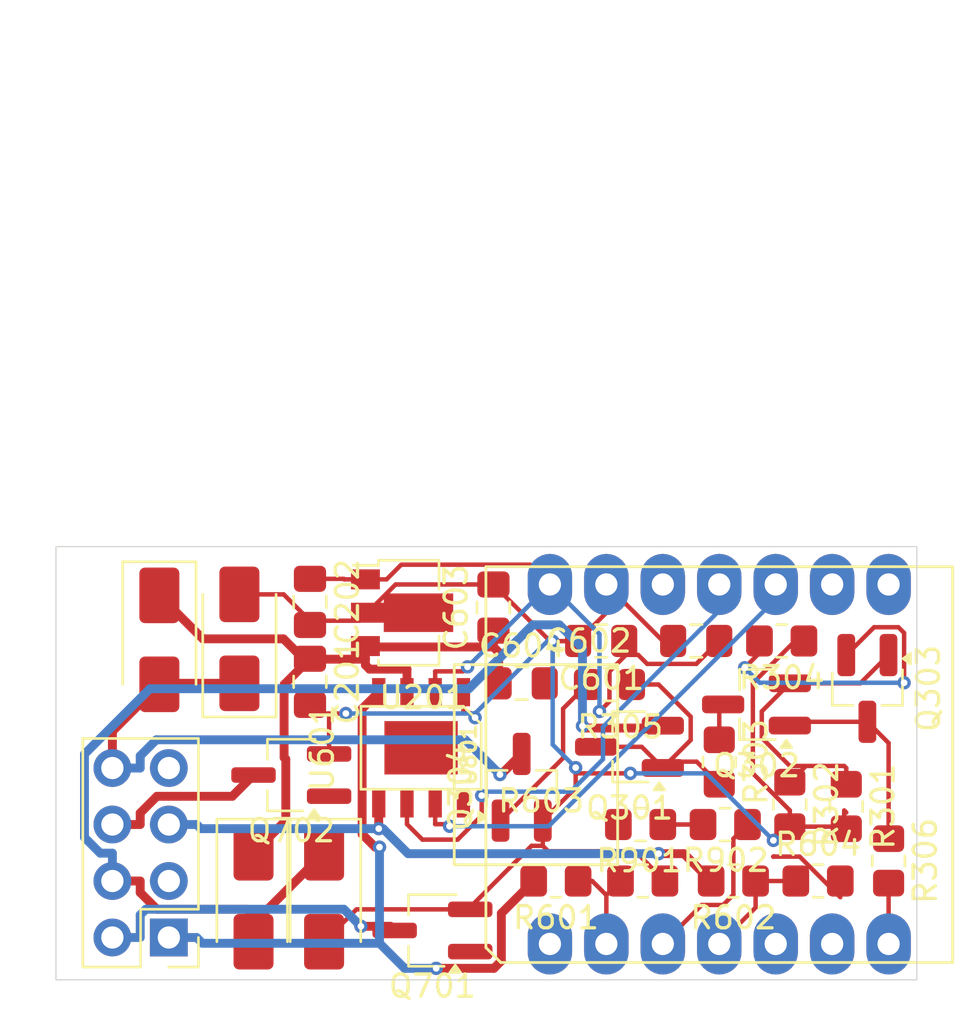
<source format=kicad_pcb>
(kicad_pcb (version 20240108) (generator "pcbnew") (generator_version "8.0")
  (layers (0 "F.Cu" signal) (31 "B.Cu" signal) (34 "B.Paste" user) (35 "F.Paste" user) (36 "B.SilkS" user "B.Silkscreen") (37 "F.SilkS" user "F.Silkscreen") (38 "B.Mask" user) (39 "F.Mask" user) (44 "Edge.Cuts" user))
  (net 0 "")
  (net 1 "+U")
  (net 2 "GND")
  (net 3 "+3V3")
  (net 4 "/rails_signal_feedback_dcc-railcom-8x50/RC_SIGNAL")
  (net 5 "/rails_signal_feedback_dcc-railcom-8x50/RC_CURR")
  (net 6 "/rails_signal_feedback_dcc-railcom-8x50/RC_ON_OFF")
  (net 7 "/loco-adapter-nem652-8-pin/AMP_FUNC0")
  (net 8 "/loco-adapter-nem652-8-pin/AMP_MOTOR0")
  (net 9 "/loco-adapter-nem652-8-pin/AMP_MOTOR1")
  (net 11 "/loco-adapter-nem652-8-pin/U+")
  (net 12 "/loco-adapter-nem652-8-pin/AMP_FUNC1")
  (net 13 "/loco-driver-funcs-aux/FUNC0")
  (net 14 "/loco-driver-funcs-aux/FUNC1")
  (net 15 "/rails_signal_feedback_dcc-railcom-8x50/15R")
  (net 16 "/loco-mcu-xiao/RAILCOM")
  (net 17 "/loco-driver-motor/EMF_MOTOR0")
  (net 18 "/loco-driver-motor/EMF_MOTOR1")
  (net 19 "/rails_signal_feedback_dcc-railcom-8x50/DCC0")
  (net 20 "/loco-mcu-xiao/DECODER")
  (net 21 "/loco-driver-motor/MOTOR0")
  (net 23 "/loco-driver-motor/MOTOR1")
  (net 24 "+5V")
  (net 25 "/loco-mcu-xiao/AUDIO")
  (net 26 "/loco-mcu-xiao/I2C.SCL")
  (net 27 "/loco-mcu-xiao/I2C.SDA")
  (net 28 "/rails_signal_feedback_dcc-railcom-8x50/DCC1")
  (net 29 "/rails_signal_feedback_dcc-railcom-8x50/RC_J_SIGNAL")
  (net 30 "/rails_signal_feedback_dcc-railcom-8x50/RC_DATA_IN")
  (net 31 "/rails_signal_feedback_dcc-railcom-8x50/+3V3")
  (net 32 "Net-(R901-Pad2)")
  (net 33 "/rails_signal_extraction_dcc/DCC1")
  (net 34 "/loco-mcu-xiao/FUNC1")
  (net 35 "/loco-mcu-xiao/FUNC0")
  (footprint "Resistor_SMD:R_0805_2012Metric_Pad1.20x1.40mm_HandSolder" (layer "F.Cu") (at 124.095 69.215)
    (property "Reference" "R902" (at 0.015513 1.607011 0) (layer "F.SilkS"))
    (property "Value" "10k")
    (pad "1" smd roundrect (at -1 0) (size 1.2 1.4) (layers "F.Cu" "F.Paste" "F.Mask") (roundrect_rratio 0.208333) (net 32 "Net-(R901-Pad2)"))
    (pad "2" smd roundrect (at 1 0) (size 1.2 1.4) (layers "F.Cu" "F.Paste" "F.Mask") (roundrect_rratio 0.208333) (net 20 "/loco-mcu-xiao/DECODER"))
  )
  (footprint "Capacitor_SMD:C_0805_2012Metric_Pad1.18x1.45mm_HandSolder" (layer "F.Cu") (at 118.5125 60.96 180)
    (property "Reference" "C601" (at 0 -1.68 180) (layer "F.SilkS"))
    (property "Value" "10uF")
    (pad "1" smd roundrect (at -1.0375 0 180) (size 1.175 1.45) (layers "F.Cu" "F.Paste" "F.Mask") (roundrect_rratio 0.212766) (net 3 "+3V3"))
    (pad "2" smd roundrect (at 1.0375 0 180) (size 1.175 1.45) (layers "F.Cu" "F.Paste" "F.Mask") (roundrect_rratio 0.212766) (net 2 "GND"))
  )
  (footprint "Resistor_SMD:R_0805_2012Metric_Pad1.20x1.40mm_HandSolder" (layer "F.Cu") (at 131.445 70.85 -90)
    (property "Reference" "R306" (at 0 -1.65 90) (layer "F.SilkS"))
    (property "Value" "10k")
    (pad "1" smd roundrect (at -1 0 270) (size 1.2 1.4) (layers "F.Cu" "F.Paste" "F.Mask") (roundrect_rratio 0.208333) (net 30 "/rails_signal_feedback_dcc-railcom-8x50/RC_DATA_IN"))
    (pad "2" smd roundrect (at 1 0 270) (size 1.2 1.4) (layers "F.Cu" "F.Paste" "F.Mask") (roundrect_rratio 0.208333) (net 16 "/loco-mcu-xiao/RAILCOM"))
  )
  (footprint "Connector_PinHeader_2.54mm:PinHeader_2x04_P2.54mm_Vertical" (layer "F.Cu") (at 99.06 74.295 180)
    (property "Reference" "J501" (hide yes))
    (property "Value" "Conn_02x04_Counter_Clockwise")
    (pad "1" thru_hole rect (at 0 0 180) (size 1.7 1.7) (drill 1) (layers "*.Cu" "*.Mask") (net 8 "/loco-adapter-nem652-8-pin/AMP_MOTOR0"))
    (pad "2" thru_hole oval (at 2.54 0 180) (size 1.7 1.7) (drill 1) (layers "*.Cu" "*.Mask") (net 7 "/loco-adapter-nem652-8-pin/AMP_FUNC0"))
    (pad "3" thru_hole oval (at 0 2.54 180) (size 1.7 1.7) (drill 1) (layers "*.Cu" "*.Mask"))
    (pad "4" thru_hole oval (at 2.54 2.54 180) (size 1.7 1.7) (drill 1) (layers "*.Cu" "*.Mask") (net 28 "/rails_signal_feedback_dcc-railcom-8x50/DCC1"))
    (pad "5" thru_hole oval (at 0 5.08 180) (size 1.7 1.7) (drill 1) (layers "*.Cu" "*.Mask") (net 9 "/loco-adapter-nem652-8-pin/AMP_MOTOR1"))
    (pad "6" thru_hole oval (at 2.54 5.08 180) (size 1.7 1.7) (drill 1) (layers "*.Cu" "*.Mask") (net 12 "/loco-adapter-nem652-8-pin/AMP_FUNC1"))
    (pad "7" thru_hole oval (at 0 7.62 180) (size 1.7 1.7) (drill 1) (layers "*.Cu" "*.Mask") (net 11 "/loco-adapter-nem652-8-pin/U+"))
    (pad "8" thru_hole oval (at 2.54 7.62 180) (size 1.7 1.7) (drill 1) (layers "*.Cu" "*.Mask") (net 19 "/rails_signal_feedback_dcc-railcom-8x50/DCC0"))
  )
  (footprint "Capacitor_SMD:C_0805_2012Metric_Pad1.18x1.45mm_HandSolder" (layer "F.Cu") (at 105.41 62.7975 -90)
    (property "Reference" "C201" (at 0 -1.68 -90) (layer "F.SilkS"))
    (property "Value" "1uF")
    (pad "1" smd roundrect (at -1.0375 0 270) (size 1.175 1.45) (layers "F.Cu" "F.Paste" "F.Mask") (roundrect_rratio 0.212766) (net 1 "+U"))
    (pad "2" smd roundrect (at 1.0375 0 270) (size 1.175 1.45) (layers "F.Cu" "F.Paste" "F.Mask") (roundrect_rratio 0.212766) (net 2 "GND"))
  )
  (footprint "Capacitor_SMD:C_0805_2012Metric_Pad1.18x1.45mm_HandSolder" (layer "F.Cu") (at 113.665 59.4575 90)
    (property "Reference" "C603" (at 0 -1.68 -90) (layer "F.SilkS"))
    (property "Value" "10uF")
    (pad "1" smd roundrect (at -1.0375 0 90) (size 1.175 1.45) (layers "F.Cu" "F.Paste" "F.Mask") (roundrect_rratio 0.212766) (net 1 "+U"))
    (pad "2" smd roundrect (at 1.0375 0 90) (size 1.175 1.45) (layers "F.Cu" "F.Paste" "F.Mask") (roundrect_rratio 0.212766) (net 2 "GND"))
  )
  (footprint "Resistor_SMD:R_0805_2012Metric_Pad1.20x1.40mm_HandSolder" (layer "F.Cu") (at 126.635 60.96 180)
    (property "Reference" "R304" (at 0 -1.65 180) (layer "F.SilkS"))
    (property "Value" "10R")
    (pad "1" smd roundrect (at -1 0 180) (size 1.2 1.4) (layers "F.Cu" "F.Paste" "F.Mask") (roundrect_rratio 0.208333) (net 15 "/rails_signal_feedback_dcc-railcom-8x50/15R"))
    (pad "2" smd roundrect (at 1 0 180) (size 1.2 1.4) (layers "F.Cu" "F.Paste" "F.Mask") (roundrect_rratio 0.208333) (net 31 "/rails_signal_feedback_dcc-railcom-8x50/+3V3"))
  )
  (footprint "xiao ESP32C3_PCB:MOUDLE14P-SMD-2.54-21X17.8MM" (layer "F.Cu") (at 134.325 75.42 90)
    (property "Reference" "U801" (at 9.3345 -21.7805 -90) (layer "F.SilkS") (effects (font (size 0.7 0.7))))
    (property "Value" "MOUDLE-SEEEDUINO-XIAO-ESP32C3")
    (pad "1" thru_hole roundrect (at 0.835 -18.12 90) (size 2.75 2) (drill 1) (layers "*.Cu" "*.Mask") (roundrect_rratio 0.5) (net 25 "/loco-mcu-xiao/AUDIO"))
    (pad "2" thru_hole roundrect (at 0.835 -15.58 90) (size 2.75 2) (drill 1) (layers "*.Cu" "*.Mask") (roundrect_rratio 0.5) (net 17 "/loco-driver-motor/EMF_MOTOR0"))
    (pad "3" thru_hole roundrect (at 0.835 -13.04 90) (size 2.75 2) (drill 1) (layers "*.Cu" "*.Mask") (roundrect_rratio 0.5) (net 20 "/loco-mcu-xiao/DECODER"))
    (pad "4" thru_hole roundrect (at 0.835 -10.5 90) (size 2.75 2) (drill 1) (layers "*.Cu" "*.Mask") (roundrect_rratio 0.5) (net 18 "/loco-driver-motor/EMF_MOTOR1"))
    (pad "5" thru_hole roundrect (at 0.835 -7.96 90) (size 2.75 2) (drill 1) (layers "*.Cu" "*.Mask") (roundrect_rratio 0.5) (net 27 "/loco-mcu-xiao/I2C.SDA"))
    (pad "6" thru_hole roundrect (at 0.835 -5.42 90) (size 2.75 2) (drill 1) (layers "*.Cu" "*.Mask") (roundrect_rratio 0.5) (net 26 "/loco-mcu-xiao/I2C.SCL"))
    (pad "7" thru_hole roundrect (at 0.835 -2.88 90) (size 2.75 2) (drill 1) (layers "*.Cu" "*.Mask") (roundrect_rratio 0.5) (net 16 "/loco-mcu-xiao/RAILCOM"))
    (pad "8" thru_hole roundrect (at 17 -2.88 90) (size 2.75 2) (drill 1) (layers "*.Cu" "*.Mask") (roundrect_rratio 0.5) (net 34 "/loco-mcu-xiao/FUNC1"))
    (pad "9" thru_hole roundrect (at 17 -5.42 90) (size 2.75 2) (drill 1) (layers "*.Cu" "*.Mask") (roundrect_rratio 0.5) (net 35 "/loco-mcu-xiao/FUNC0"))
    (pad "10" thru_hole roundrect (at 17 -7.96 90) (size 2.75 2) (drill 1) (layers "*.Cu" "*.Mask") (roundrect_rratio 0.5) (net 23 "/loco-driver-motor/MOTOR1"))
    (pad "11" thru_hole roundrect (at 17 -10.5 90) (size 2.75 2) (drill 1) (layers "*.Cu" "*.Mask") (roundrect_rratio 0.5) (net 21 "/loco-driver-motor/MOTOR0"))
    (pad "12" thru_hole roundrect (at 17 -13.04 90) (size 2.75 2) (drill 1) (layers "*.Cu" "*.Mask") (roundrect_rratio 0.5) (net 24 "+5V"))
    (pad "13" thru_hole roundrect (at 17 -15.58 90) (size 2.75 2) (drill 1) (layers "*.Cu" "*.Mask") (roundrect_rratio 0.5) (net 2 "GND"))
    (pad "14" thru_hole roundrect (at 17 -18.12 90) (size 2.75 2) (drill 1) (layers "*.Cu" "*.Mask") (roundrect_rratio 0.5) (net 3 "+3V3"))
  )
  (footprint "Resistor_SMD:R_0805_2012Metric_Pad1.20x1.40mm_HandSolder" (layer "F.Cu") (at 123.825 66.405 -90)
    (property "Reference" "R303" (at 0 -1.65 90) (layer "F.SilkS"))
    (property "Value" "0R")
    (pad "1" smd roundrect (at -1 0 270) (size 1.2 1.4) (layers "F.Cu" "F.Paste" "F.Mask") (roundrect_rratio 0.208333) (net 4 "/rails_signal_feedback_dcc-railcom-8x50/RC_SIGNAL"))
    (pad "2" smd roundrect (at 1 0 270) (size 1.2 1.4) (layers "F.Cu" "F.Paste" "F.Mask") (roundrect_rratio 0.208333) (net 29 "/rails_signal_feedback_dcc-railcom-8x50/RC_J_SIGNAL"))
  )
  (footprint "Package_TO_SOT_SMD:SOT-89-3" (layer "F.Cu") (at 109.855 59.69)
    (property "Reference" "U201" (at 0.635 3.81 0) (layer "F.SilkS"))
    (property "Value" "HT7533-1")
    (pad "1" smd rect (at -1.95 -1.5) (size 1.3 0.9) (layers "F.Cu" "F.Paste" "F.Mask") (net 3 "+3V3"))
    (pad "2" smd custom (at -1.8625 0) (size 1.475 0.9) (layers "F.Cu" "F.Paste" "F.Mask") (net 2 "GND") (options (clearance outline) (anchor rect)) (primitives (gr_poly (pts (xy 3.8625 0.8665) (xy 0.7375 0.8665) (xy 0.7375 -0.8665) (xy 3.8625 -0.8665)) (width 0) (fill yes))))
    (pad "3" smd rect (at -1.95 1.5) (size 1.3 0.9) (layers "F.Cu" "F.Paste" "F.Mask") (net 1 "+U"))
  )
  (footprint "Resistor_SMD:R_0805_2012Metric_Pad1.20x1.40mm_HandSolder" (layer "F.Cu") (at 120.285 69.215)
    (property "Reference" "R901" (at -0.059568 1.62467 0) (layer "F.SilkS"))
    (property "Value" "10k")
    (pad "1" smd roundrect (at -1 0) (size 1.2 1.4) (layers "F.Cu" "F.Paste" "F.Mask") (roundrect_rratio 0.208333) (net 33 "/rails_signal_extraction_dcc/DCC1"))
    (pad "2" smd roundrect (at 1 0) (size 1.2 1.4) (layers "F.Cu" "F.Paste" "F.Mask") (roundrect_rratio 0.208333) (net 32 "Net-(R901-Pad2)"))
  )
  (footprint "xDuinoRailLib:8x50_SOT-23_Handsoldering" (layer "F.Cu") (at 119.785 65.72 180)
    (property "Reference" "Q301" (at 0 -2.75 180) (layer "F.SilkS"))
    (property "Value" "S8050")
    (pad "1" smd roundrect (at -1.5 0.95 180) (size 1.9 0.8) (layers "F.Cu" "F.Paste" "F.Mask") (net 28 "/rails_signal_feedback_dcc-railcom-8x50/DCC1"))
    (pad "2" smd roundrect (at -1.5 -0.95 180) (size 1.9 0.8) (layers "F.Cu" "F.Paste" "F.Mask") (net 29 "/rails_signal_feedback_dcc-railcom-8x50/RC_J_SIGNAL"))
    (pad "3" smd roundrect (at 1.5 0 180) (size 1.9 0.8) (layers "F.Cu" "F.Paste" "F.Mask") (net 29 "/rails_signal_feedback_dcc-railcom-8x50/RC_J_SIGNAL"))
  )
  (footprint "Diode_SMD:D_SMA" (layer "F.Cu") (at 98.6337 60.91 -90)
    (property "Reference" "D402" (hide yes))
    (property "Value" "SS14")
    (pad "1" smd roundrect (at -2 0 270) (size 2.5 1.8) (layers "F.Cu" "F.Paste" "F.Mask") (roundrect_rratio 0.1388888889) (net 1 "+U"))
    (pad "2" smd roundrect (at 2 0 270) (size 2.5 1.8) (layers "F.Cu" "F.Paste" "F.Mask") (roundrect_rratio 0.1388888889) (net 19 "/rails_signal_feedback_dcc-railcom-8x50/DCC0"))
  )
  (footprint "BDR6133:BDR6133" (layer "F.Cu") (at 110.4088 65.7638 180)
    (property "Reference" "U601" (at 4.445 0 90) (layer "F.SilkS"))
    (property "Value" "BDR6133")
    (pad "1" smd rect (at -1.905 2.5 180) (size 0.6 1.27) (layers "F.Cu" "F.Paste" "F.Mask") (net 2 "GND"))
    (pad "2" smd rect (at -0.635 2.5 180) (size 0.6 1.27) (layers "F.Cu" "F.Paste" "F.Mask") (net 3 "+3V3"))
    (pad "3" smd rect (at 0.635 2.5 180) (size 0.6 1.27) (layers "F.Cu" "F.Paste" "F.Mask") (net 1 "+U"))
    (pad "4" smd rect (at 1.905 2.5 180) (size 0.6 1.27) (layers "F.Cu" "F.Paste" "F.Mask") (net 8 "/loco-adapter-nem652-8-pin/AMP_MOTOR0"))
    (pad "5" smd rect (at 1.905 -2.5 180) (size 0.6 1.27) (layers "F.Cu" "F.Paste" "F.Mask") (net 9 "/loco-adapter-nem652-8-pin/AMP_MOTOR1"))
    (pad "6" smd rect (at 0.635 -2.5 180) (size 0.6 1.27) (layers "F.Cu" "F.Paste" "F.Mask") (net 21 "/loco-driver-motor/MOTOR0"))
    (pad "7" smd rect (at -0.635 -2.5 180) (size 0.6 1.27) (layers "F.Cu" "F.Paste" "F.Mask") (net 23 "/loco-driver-motor/MOTOR1"))
    (pad "8" smd rect (at -1.905 -2.5 180) (size 0.6 1.27) (layers "F.Cu" "F.Paste" "F.Mask"))
    (pad "9" smd rect (at 0 0 180) (size 3.3 2.4) (layers "F.Cu" "F.Paste" "F.Mask"))
  )
  (footprint "Resistor_SMD:R_0805_2012Metric_Pad1.20x1.40mm_HandSolder" (layer "F.Cu") (at 116.475 71.755 180)
    (property "Reference" "R601" (at 0 -1.65 180) (layer "F.SilkS"))
    (property "Value" "6k8")
    (pad "1" smd roundrect (at -1 0 180) (size 1.2 1.4) (layers "F.Cu" "F.Paste" "F.Mask") (roundrect_rratio 0.208333) (net 17 "/loco-driver-motor/EMF_MOTOR0"))
    (pad "2" smd roundrect (at 1 0 180) (size 1.2 1.4) (layers "F.Cu" "F.Paste" "F.Mask") (roundrect_rratio 0.208333) (net 8 "/loco-adapter-nem652-8-pin/AMP_MOTOR0"))
  )
  (footprint "Diode_SMD:D_SMA" (layer "F.Cu") (at 102.87 72.485 -90)
    (property "Reference" "D404" (hide yes))
    (property "Value" "SS14")
    (pad "1" smd roundrect (at -2 0 270) (size 2.5 1.8) (layers "F.Cu" "F.Paste" "F.Mask") (roundrect_rratio 0.1388888889) (net 1 "+U"))
    (pad "2" smd roundrect (at 2 0 270) (size 2.5 1.8) (layers "F.Cu" "F.Paste" "F.Mask") (roundrect_rratio 0.1388888889) (net 28 "/rails_signal_feedback_dcc-railcom-8x50/DCC1"))
  )
  (footprint "Package_TO_SOT_SMD:SOT-23W_Handsoldering" (layer "F.Cu") (at 110.92 73.98 180)
    (property "Reference" "Q701" (at 0 -2.5 180) (layer "F.SilkS"))
    (property "Value" "AO3400A")
    (pad "1" smd roundrect (at -1.7 -0.95 180) (size 2 0.7) (layers "F.Cu" "F.Paste" "F.Mask") (net 13 "/loco-driver-funcs-aux/FUNC0"))
    (pad "2" smd roundrect (at -1.7 0.95 180) (size 2 0.7) (layers "F.Cu" "F.Paste" "F.Mask") (net 2 "GND"))
    (pad "3" smd roundrect (at 1.700001 0 180) (size 2 0.7) (layers "F.Cu" "F.Paste" "F.Mask") (net 7 "/loco-adapter-nem652-8-pin/AMP_FUNC0"))
  )
  (footprint "Capacitor_SMD:C_0805_2012Metric_Pad1.18x1.45mm_HandSolder" (layer "F.Cu") (at 122.7875 60.96 180)
    (property "Reference" "C602" (at 4.8475 0 180) (layer "F.SilkS"))
    (property "Value" "100nF")
    (pad "1" smd roundrect (at -1.0375 0 180) (size 1.175 1.45) (layers "F.Cu" "F.Paste" "F.Mask") (roundrect_rratio 0.212766) (net 3 "+3V3"))
    (pad "2" smd roundrect (at 1.0375 0 180) (size 1.175 1.45) (layers "F.Cu" "F.Paste" "F.Mask") (roundrect_rratio 0.212766) (net 2 "GND"))
  )
  (footprint "Capacitor_SMD:C_0805_2012Metric_Pad1.18x1.45mm_HandSolder" (layer "F.Cu") (at 114.935 62.865)
    (property "Reference" "C604" (at 0 -1.68 0) (layer "F.SilkS"))
    (property "Value" "100nF")
    (pad "1" smd roundrect (at -1.0375 0) (size 1.175 1.45) (layers "F.Cu" "F.Paste" "F.Mask") (roundrect_rratio 0.212766) (net 1 "+U"))
    (pad "2" smd roundrect (at 1.0375 0) (size 1.175 1.45) (layers "F.Cu" "F.Paste" "F.Mask") (roundrect_rratio 0.212766) (net 2 "GND"))
  )
  (footprint "Package_TO_SOT_SMD:SOT-23W_Handsoldering" (layer "F.Cu") (at 104.57 66.99 180)
    (property "Reference" "Q702" (at 0 -2.5 180) (layer "F.SilkS"))
    (property "Value" "AO3400A")
    (pad "1" smd roundrect (at -1.7 -0.95 180) (size 2 0.7) (layers "F.Cu" "F.Paste" "F.Mask") (net 14 "/loco-driver-funcs-aux/FUNC1"))
    (pad "2" smd roundrect (at -1.7 0.95 180) (size 2 0.7) (layers "F.Cu" "F.Paste" "F.Mask") (net 2 "GND"))
    (pad "3" smd roundrect (at 1.700001 0 180) (size 2 0.7) (layers "F.Cu" "F.Paste" "F.Mask") (net 12 "/loco-adapter-nem652-8-pin/AMP_FUNC1"))
  )
  (footprint "xDuinoRailLib:8x50_SOT-23_Handsoldering" (layer "F.Cu") (at 130.49 63.095 -90)
    (property "Reference" "Q303" (at 0 -2.75 -90) (layer "F.SilkS"))
    (property "Value" "S8550")
    (pad "1" smd roundrect (at -1.5 0.95 270) (size 1.9 0.8) (layers "F.Cu" "F.Paste" "F.Mask") (net 31 "/rails_signal_feedback_dcc-railcom-8x50/+3V3"))
    (pad "2" smd roundrect (at -1.5 -0.95 270) (size 1.9 0.8) (layers "F.Cu" "F.Paste" "F.Mask") (net 5 "/rails_signal_feedback_dcc-railcom-8x50/RC_CURR"))
    (pad "3" smd roundrect (at 1.5 0 270) (size 1.9 0.8) (layers "F.Cu" "F.Paste" "F.Mask") (net 30 "/rails_signal_feedback_dcc-railcom-8x50/RC_DATA_IN"))
  )
  (footprint "Resistor_SMD:R_0805_2012Metric_Pad1.20x1.40mm_HandSolder" (layer "F.Cu") (at 120.38 71.755)
    (property "Reference" "R603" (at -4.56625 -3.605 0) (layer "F.SilkS"))
    (property "Value" "1k")
    (pad "1" smd roundrect (at -1 0) (size 1.2 1.4) (layers "F.Cu" "F.Paste" "F.Mask") (roundrect_rratio 0.208333) (net 17 "/loco-driver-motor/EMF_MOTOR0"))
    (pad "2" smd roundrect (at 1 0) (size 1.2 1.4) (layers "F.Cu" "F.Paste" "F.Mask") (roundrect_rratio 0.208333) (net 2 "GND"))
  )
  (footprint "Diode_SMD:D_SMA" (layer "F.Cu") (at 106.045 72.485 -90)
    (property "Reference" "D403" (hide yes))
    (property "Value" "SS14")
    (pad "1" smd roundrect (at -2 0 270) (size 2.5 1.8) (layers "F.Cu" "F.Paste" "F.Mask") (roundrect_rratio 0.1388888889) (net 28 "/rails_signal_feedback_dcc-railcom-8x50/DCC1"))
    (pad "2" smd roundrect (at 2 0 270) (size 2.5 1.8) (layers "F.Cu" "F.Paste" "F.Mask") (roundrect_rratio 0.1388888889) (net 2 "GND"))
  )
  (footprint "xDuinoRailLib:8x50_SOT-23_Handsoldering" (layer "F.Cu") (at 114.935 67.54 90)
    (property "Reference" "Q304" (at 0 -2.75 90) (layer "F.SilkS"))
    (property "Value" "S8050")
    (pad "1" smd roundrect (at -1.5 0.95 90) (size 1.9 0.8) (layers "F.Cu" "F.Paste" "F.Mask") (net 2 "GND"))
    (pad "2" smd roundrect (at -1.5 -0.95 90) (size 1.9 0.8) (layers "F.Cu" "F.Paste" "F.Mask") (net 6 "/rails_signal_feedback_dcc-railcom-8x50/RC_ON_OFF"))
    (pad "3" smd roundrect (at 1.5 0 90) (size 1.9 0.8) (layers "F.Cu" "F.Paste" "F.Mask") (net 19 "/rails_signal_feedback_dcc-railcom-8x50/DCC0"))
  )
  (footprint "xDuinoRailLib:8x50_SOT-23_Handsoldering" (layer "F.Cu") (at 125.5 63.815 180)
    (property "Reference" "Q302" (at 0 -2.75 180) (layer "F.SilkS"))
    (property "Value" "S8550")
    (pad "1" smd roundrect (at -1.5 0.95 180) (size 1.9 0.8) (layers "F.Cu" "F.Paste" "F.Mask") (net 5 "/rails_signal_feedback_dcc-railcom-8x50/RC_CURR"))
    (pad "2" smd roundrect (at -1.5 -0.95 180) (size 1.9 0.8) (layers "F.Cu" "F.Paste" "F.Mask") (net 30 "/rails_signal_feedback_dcc-railcom-8x50/RC_DATA_IN"))
    (pad "3" smd roundrect (at 1.5 0 180) (size 1.9 0.8) (layers "F.Cu" "F.Paste" "F.Mask") (net 4 "/rails_signal_feedback_dcc-railcom-8x50/RC_SIGNAL"))
  )
  (footprint "Resistor_SMD:R_0805_2012Metric_Pad1.20x1.40mm_HandSolder" (layer "F.Cu") (at 129.54 68.405 -90)
    (property "Reference" "R301" (at 0 -1.65 90) (layer "F.SilkS"))
    (property "Value" "10R")
    (pad "1" smd roundrect (at -1 0 270) (size 1.2 1.4) (layers "F.Cu" "F.Paste" "F.Mask") (roundrect_rratio 0.208333) (net 5 "/rails_signal_feedback_dcc-railcom-8x50/RC_CURR"))
    (pad "2" smd roundrect (at 1 0 270) (size 1.2 1.4) (layers "F.Cu" "F.Paste" "F.Mask") (roundrect_rratio 0.208333) (net 15 "/rails_signal_feedback_dcc-railcom-8x50/15R"))
  )
  (footprint "Resistor_SMD:R_0805_2012Metric_Pad1.20x1.40mm_HandSolder" (layer "F.Cu") (at 127 68.31 -90)
    (property "Reference" "R302" (at 0 -1.65 90) (layer "F.SilkS"))
    (property "Value" "10R")
    (pad "1" smd roundrect (at -1 0 270) (size 1.2 1.4) (layers "F.Cu" "F.Paste" "F.Mask") (roundrect_rratio 0.208333) (net 5 "/rails_signal_feedback_dcc-railcom-8x50/RC_CURR"))
    (pad "2" smd roundrect (at 1 0 270) (size 1.2 1.4) (layers "F.Cu" "F.Paste" "F.Mask") (roundrect_rratio 0.208333) (net 15 "/rails_signal_feedback_dcc-railcom-8x50/15R"))
  )
  (footprint "Resistor_SMD:R_0805_2012Metric_Pad1.20x1.40mm_HandSolder" (layer "F.Cu") (at 124.46 71.755 180)
    (property "Reference" "R602" (at 0 -1.65 180) (layer "F.SilkS"))
    (property "Value" "6k8")
    (pad "1" smd roundrect (at -1 0 180) (size 1.2 1.4) (layers "F.Cu" "F.Paste" "F.Mask") (roundrect_rratio 0.208333) (net 18 "/loco-driver-motor/EMF_MOTOR1"))
    (pad "2" smd roundrect (at 1 0 180) (size 1.2 1.4) (layers "F.Cu" "F.Paste" "F.Mask") (roundrect_rratio 0.208333) (net 9 "/loco-adapter-nem652-8-pin/AMP_MOTOR1"))
  )
  (footprint "Resistor_SMD:R_0805_2012Metric_Pad1.20x1.40mm_HandSolder" (layer "F.Cu") (at 118.8846 62.9177 180)
    (property "Reference" "R305" (at -0.485 -1.905 180) (layer "F.SilkS"))
    (property "Value" "10k")
    (pad "1" smd roundrect (at -1 0 180) (size 1.2 1.4) (layers "F.Cu" "F.Paste" "F.Mask") (roundrect_rratio 0.208333) (net 29 "/rails_signal_feedback_dcc-railcom-8x50/RC_J_SIGNAL"))
    (pad "2" smd roundrect (at 1 0 180) (size 1.2 1.4) (layers "F.Cu" "F.Paste" "F.Mask") (roundrect_rratio 0.208333) (net 6 "/rails_signal_feedback_dcc-railcom-8x50/RC_ON_OFF"))
  )
  (footprint "Diode_SMD:D_SMA" (layer "F.Cu") (at 102.235 60.865 90)
    (property "Reference" "D401" (hide yes))
    (property "Value" "SS14")
    (pad "1" smd roundrect (at -2 0 90) (size 2.5 1.8) (layers "F.Cu" "F.Paste" "F.Mask") (roundrect_rratio 0.1388888889) (net 19 "/rails_signal_feedback_dcc-railcom-8x50/DCC0"))
    (pad "2" smd roundrect (at 2 0 90) (size 2.5 1.8) (layers "F.Cu" "F.Paste" "F.Mask") (roundrect_rratio 0.1388888889) (net 2 "GND"))
  )
  (footprint "Resistor_SMD:R_0805_2012Metric_Pad1.20x1.40mm_HandSolder" (layer "F.Cu") (at 128.27 71.755)
    (property "Reference" "R604" (at 0 -1.65 0) (layer "F.SilkS"))
    (property "Value" "1k")
    (pad "1" smd roundrect (at -1 0) (size 1.2 1.4) (layers "F.Cu" "F.Paste" "F.Mask") (roundrect_rratio 0.208333) (net 18 "/loco-driver-motor/EMF_MOTOR1"))
    (pad "2" smd roundrect (at 1 0) (size 1.2 1.4) (layers "F.Cu" "F.Paste" "F.Mask") (roundrect_rratio 0.208333) (net 2 "GND"))
  )
  (footprint "Capacitor_SMD:C_0805_2012Metric_Pad1.18x1.45mm_HandSolder" (layer "F.Cu") (at 105.41 59.2035 -90)
    (property "Reference" "C202" (at 0 -1.68 90) (layer "F.SilkS"))
    (property "Value" "47uF")
    (pad "1" smd roundrect (at -1.0375 0 270) (size 1.175 1.45) (layers "F.Cu" "F.Paste" "F.Mask") (roundrect_rratio 0.212766) (net 3 "+3V3"))
    (pad "2" smd roundrect (at 1.0375 0 270) (size 1.175 1.45) (layers "F.Cu" "F.Paste" "F.Mask") (roundrect_rratio 0.212766) (net 2 "GND"))
  )
  (gr_rect (start 93.98 56.717018) (end 132.715 76.2) (stroke (width 0.05)) (fill none) (layer "Edge.Cuts"))
  (segment (start 107.905 61.7778) (end 105.428 61.7778) (width 0.4) (layer "F.Cu") (net 1))
  (segment (start 108.09 62.2271) (end 107.905 62.0417) (width 0.4) (layer "F.Cu") (net 1))
  (segment (start 113.8975 62.865) (end 113.898 62.865) (width 0.4) (layer "F.Cu") (net 1))
  (segment (start 113.898 62.865) (end 113.898 61.4622) (width 0.4) (layer "F.Cu") (net 1))
  (segment (start 109.7738 62.7456) (end 109.7738 63.2638) (width 0.4) (layer "F.Cu") (net 1))
  (segment (start 109.774 62.7454) (end 109.774 62.2271) (width 0.4) (layer "F.Cu") (net 1))
  (segment (start 104.245 66.2007) (end 104.245 62.9246) (width 0.4) (layer "F.Cu") (net 1))
  (segment (start 104.219 60.8649) (end 105.114 61.76) (width 0.4) (layer "F.Cu") (net 1))
  (segment (start 107.905 62.0417) (end 107.905 61.7778) (width 0.4) (layer "F.Cu") (net 1))
  (segment (start 104.245 62.9246) (end 105.41 61.76) (width 0.4) (layer "F.Cu") (net 1))
  (segment (start 113.898 61.4622) (end 113.665 61.2297) (width 0.4) (layer "F.Cu") (net 1))
  (segment (start 104.322 69.0325) (end 104.322 66.2778) (width 0.4) (layer "F.Cu") (net 1))
  (segment (start 109.774 63.2638) (end 109.774 62.7454) (width 0.4) (layer "F.Cu") (net 1))
  (segment (start 113.665 61.2297) (end 107.905 61.2297) (width 0.4) (layer "F.Cu") (net 1))
  (segment (start 100.589 60.8649) (end 104.219 60.8649) (width 0.4) (layer "F.Cu") (net 1))
  (segment (start 109.774 62.2271) (end 108.09 62.2271) (width 0.4) (layer "F.Cu") (net 1))
  (segment (start 107.905 61.2297) (end 107.905 61.7778) (width 0.4) (layer "F.Cu") (net 1))
  (segment (start 105.428 61.7778) (end 105.41 61.76) (width 0.4) (layer "F.Cu") (net 1))
  (segment (start 102.87 70.485) (end 104.322 69.0325) (width 0.4) (layer "F.Cu") (net 1))
  (segment (start 105.114 61.76) (end 105.41 61.76) (width 0.4) (layer "F.Cu") (net 1))
  (segment (start 107.905 61.19) (end 107.905 61.2297) (width 0.4) (layer "F.Cu") (net 1))
  (segment (start 113.665 61.2297) (end 113.665 60.495) (width 0.4) (layer "F.Cu") (net 1))
  (segment (start 98.6337 58.91) (end 100.589 60.8649) (width 0.4) (layer "F.Cu") (net 1))
  (segment (start 109.774 62.7454) (end 109.7738 62.7456) (width 0.4) (layer "F.Cu") (net 1))
  (segment (start 104.322 66.2778) (end 104.245 66.2007) (width 0.4) (layer "F.Cu") (net 1))
  (segment (start 126.2631 70.6586) (end 126.2662 70.6586) (width 0.2) (layer "F.Cu") (net 2))
  (segment (start 126.2604 70.6586) (end 126.2608 70.6586) (width 0.2) (layer "F.Cu") (net 2))
  (segment (start 129.27 71.755) (end 129.2699 71.755) (width 0.2) (layer "F.Cu") (net 2))
  (segment (start 116.33 62.508) (end 116.33 60.9705) (width 0.2) (layer "F.Cu") (net 2))
  (segment (start 102.235 58.865) (end 104.226 58.865) (width 0.2) (layer "F.Cu") (net 2))
  (segment (start 112.62 72.9318) (end 112.62 73.03) (width 0.2) (layer "F.Cu") (net 2))
  (segment (start 126.3096 70.6586) (end 126.3591 70.6586) (width 0.2) (layer "F.Cu") (net 2))
  (segment (start 126.2724 70.6586) (end 126.2848 70.6586) (width 0.2) (layer "F.Cu") (net 2))
  (segment (start 119.622 59.2966) (end 119.138 59.2966) (width 0.2) (layer "F.Cu") (net 2))
  (segment (start 107.633 60.0494) (end 107.992 59.69) (width 0.2) (layer "F.Cu") (net 2))
  (segment (start 105.41 63.835) (end 105.798 64.2225) (width 0.2) (layer "F.Cu") (net 2))
  (segment (start 126.2848 70.6586) (end 126.3096 70.6586) (width 0.2) (layer "F.Cu") (net 2))
  (segment (start 126.2602 70.6586) (end 126.2604 70.6586) (width 0.2) (layer "F.Cu") (net 2))
  (segment (start 112.63 64.2005) (end 112.838 64.4084) (width 0.2) (layer "F.Cu") (net 2))
  (segment (start 126.3591 70.6586) (end 126.4581 70.6586) (width 0.2) (layer "F.Cu") (net 2))
  (segment (start 107.992 59.69) (end 109.262 58.42) (width 0.2) (layer "F.Cu") (net 2))
  (segment (start 115.972 62.865) (end 115.9723 62.8648) (width 0.2) (layer "F.Cu") (net 2))
  (segment (start 115.885 70.1724) (end 115.379 70.1724) (width 0.2) (layer "F.Cu") (net 2))
  (segment (start 105.798 64.2225) (end 106.27 64.2225) (width 0.2) (layer "F.Cu") (net 2))
  (segment (start 104.226 58.865) (end 105.41 60.0494) (width 0.2) (layer "F.Cu") (net 2))
  (segment (start 126.2616 70.6586) (end 126.2631 70.6586) (width 0.2) (layer "F.Cu") (net 2))
  (segment (start 106.045 74.485) (end 107.5 73.03) (width 0.2) (layer "F.Cu") (net 2))
  (segment (start 126.2601 70.6586) (end 126.2602 70.6586) (width 0.2) (layer "F.Cu") (net 2))
  (segment (start 117.364 66.9135) (end 117.364 66.6563) (width 0.2) (layer "F.Cu") (net 2))
  (segment (start 117.475 60.96) (end 117.466 60.9689) (width 0.2) (layer "F.Cu") (net 2))
  (segment (start 121.75 60.96) (end 121.285 60.96) (width 0.2) (layer "F.Cu") (net 2))
  (segment (start 117.364 66.9135) (end 119.826 66.9135) (width 0.2) (layer "F.Cu") (net 2))
  (segment (start 117.364 67.5614) (end 117.364 66.9135) (width 0.2) (layer "F.Cu") (net 2))
  (segment (start 112.314 64.2005) (end 112.63 64.2005) (width 0.2) (layer "F.Cu") (net 2))
  (segment (start 126.4581 70.6586) (end 126.6562 70.6586) (width 0.2) (layer "F.Cu") (net 2))
  (segment (start 107.5 73.03) (end 112.62 73.03) (width 0.2) (layer "F.Cu") (net 2))
  (segment (start 126.26 70.6586) (end 126.2601 70.6586) (width 0.2) (layer "F.Cu") (net 2))
  (segment (start 115.885 69.04) (end 117.364 67.5614) (width 0.2) (layer "F.Cu") (net 2))
  (segment (start 121.285 60.96) (end 119.622 59.2966) (width 0.2) (layer "F.Cu") (net 2))
  (segment (start 109.262 58.42) (end 113.665 58.42) (width 0.2) (layer "F.Cu") (net 2))
  (segment (start 128.905 72.1199) (end 129.27 72.485) (width 0.2) (layer "F.Cu") (net 2))
  (segment (start 126.2608 70.6586) (end 126.2616 70.6586) (width 0.2) (layer "F.Cu") (net 2))
  (segment (start 115.9723 62.8648) (end 116.33 62.508) (width 0.2) (layer "F.Cu") (net 2))
  (segment (start 116.214 60.9689) (end 113.665 58.42) (width 0.2) (layer "F.Cu") (net 2))
  (segment (start 119.138 58.8134) (end 118.745 58.42) (width 0.2) (layer "F.Cu") (net 2))
  (segment (start 112.3138 63.7319) (end 112.3138 63.2638) (width 0.2) (layer "F.Cu") (net 2))
  (segment (start 115.9725 62.865) (end 115.9723 62.8648) (width 0.2) (layer "F.Cu") (net 2))
  (segment (start 105.41 60.241) (end 105.41 60.0494) (width 0.2) (layer "F.Cu") (net 2))
  (segment (start 129.2699 71.755) (end 128.905 72.1199) (width 0.2) (layer "F.Cu") (net 2))
  (segment (start 121.38 71.755) (end 120.041 70.4158) (width 0.2) (layer "F.Cu") (net 2))
  (segment (start 120.041 70.4158) (end 116.128 70.4158) (width 0.2) (layer "F.Cu") (net 2))
  (segment (start 115.885 70.1724) (end 115.885 69.04) (width 0.2) (layer "F.Cu") (net 2))
  (segment (start 112.314 63.2638) (end 112.314 63.7321) (width 0.2) (layer "F.Cu") (net 2))
  (segment (start 112.314 63.7321) (end 112.314 64.2005) (width 0.2) (layer "F.Cu") (net 2))
  (segment (start 116.128 70.4158) (end 115.885 70.1724) (width 0.2) (layer "F.Cu") (net 2))
  (segment (start 119.138 59.2966) (end 119.138 58.8134) (width 0.2) (layer "F.Cu") (net 2))
  (segment (start 106.27 64.2225) (end 106.27 66.04) (width 0.2) (layer "F.Cu") (net 2))
  (segment (start 116.33 60.9689) (end 116.214 60.9689) (width 0.2) (layer "F.Cu") (net 2))
  (segment (start 126.6562 70.6586) (end 127.444 70.6586) (width 0.2) (layer "F.Cu") (net 2))
  (segment (start 127.444 70.6586) (end 128.905 72.1199) (width 0.2) (layer "F.Cu") (net 2))
  (segment (start 107.9925 59.69) (end 107.992 59.69) (width 0.2) (layer "F.Cu") (net 2))
  (segment (start 116.33 60.9689) (end 116.33 60.9705) (width 0.2) (layer "F.Cu") (net 2))
  (segment (start 112.314 63.7321) (end 112.3138 63.7319) (width 0.2) (layer "F.Cu") (net 2))
  (segment (start 119.138 59.2966) (end 117.475 60.96) (width 0.2) (layer "F.Cu") (net 2))
  (segment (start 117.466 60.9689) (end 116.33 60.9689) (width 0.2) (layer "F.Cu") (net 2))
  (segment (start 126.2662 70.6586) (end 126.2724 70.6586) (width 0.2) (layer "F.Cu") (net 2))
  (segment (start 115.379 70.1724) (end 112.62 72.9318) (width 0.2) (layer "F.Cu") (net 2))
  (segment (start 106.27 64.2225) (end 107.024 64.2225) (width 0.2) (layer "F.Cu") (net 2))
  (segment (start 105.41 60.0494) (end 107.633 60.0494) (width 0.2) (layer "F.Cu") (net 2))
  (via (at 116.33 60.9705) (size 0.6) (drill 0.3) (layers "F.Cu" "B.Cu") (net 2))
  (via (at 107.024 64.2225) (size 0.6) (drill 0.3) (layers "F.Cu" "B.Cu") (net 2))
  (via (at 112.838 64.4084) (size 0.6) (drill 0.3) (layers "F.Cu" "B.Cu") (net 2))
  (via (at 117.364 66.6563) (size 0.6) (drill 0.3) (layers "F.Cu" "B.Cu") (net 2))
  (via (at 126.26 69.9286) (size 0.6) (drill 0.3) (layers "F.Cu" "B.Cu") (net 2))
  (via (at 119.826 66.9135) (size 0.6) (drill 0.3) (layers "F.Cu" "B.Cu") (net 2))
  (segment (start 112.838 64.2225) (end 107.024 64.2225) (width 0.2) (layer "B.Cu") (net 2))
  (segment (start 112.838 64.2225) (end 116.09 60.9705) (width 0.2) (layer "B.Cu") (net 2))
  (segment (start 117.364 66.6563) (end 116.33 65.6222) (width 0.2) (layer "B.Cu") (net 2))
  (segment (start 126.26 69.9286) (end 123.245 66.9135) (width 0.2) (layer "B.Cu") (net 2))
  (segment (start 116.09 60.9705) (end 116.33 60.9705) (width 0.2) (layer "B.Cu") (net 2))
  (segment (start 112.838 64.2225) (end 112.838 64.4084) (width 0.2) (layer "B.Cu") (net 2))
  (segment (start 123.245 66.9135) (end 119.826 66.9135) (width 0.2) (layer "B.Cu") (net 2))
  (segment (start 116.33 65.6222) (end 116.33 60.9705) (width 0.2) (layer "B.Cu") (net 2))
  (segment (start 109.517 57.5298) (end 108.857 58.19) (width 0.2) (layer "F.Cu") (net 3))
  (segment (start 116.205 58.42) (end 115.315 57.5298) (width 0.2) (layer "F.Cu") (net 3))
  (segment (start 108.857 58.19) (end 107.905 58.19) (width 0.2) (layer "F.Cu") (net 3))
  (segment (start 118.885 63.6817) (end 118.436 64.1306) (width 0.2) (layer "F.Cu") (net 3))
  (segment (start 111.044 63.2638) (end 111.044 62.7954) (width 0.2) (layer "F.Cu") (net 3))
  (segment (start 120.176 61.5858) (end 120.581 61.9908) (width 0.2) (layer "F.Cu") (net 3))
  (segment (start 119.628 61.5858) (end 119.628 61.0382) (width 0.2) (layer "F.Cu") (net 3))
  (segment (start 107.905 58.19) (end 106.953 58.19) (width 0.2) (layer "F.Cu") (net 3))
  (segment (start 112.298 62.3271) (end 112.5 62.1253) (width 0.2) (layer "F.Cu") (net 3))
  (segment (start 119.628 61.5858) (end 120.176 61.5858) (width 0.2) (layer "F.Cu") (net 3))
  (segment (start 115.315 57.5298) (end 109.517 57.5298) (width 0.2) (layer "F.Cu") (net 3))
  (segment (start 111.044 62.7954) (end 111.0438 62.7956) (width 0.2) (layer "F.Cu") (net 3))
  (segment (start 119.628 61.0382) (end 119.55 60.96) (width 0.2) (layer "F.Cu") (net 3))
  (segment (start 111.044 62.3271) (end 112.298 62.3271) (width 0.2) (layer "F.Cu") (net 3))
  (segment (start 106.953 58.19) (end 106.929 58.166) (width 0.2) (layer "F.Cu") (net 3))
  (segment (start 120.581 61.9908) (end 122.794 61.9908) (width 0.2) (layer "F.Cu") (net 3))
  (segment (start 122.794 61.9908) (end 123.825 60.96) (width 0.2) (layer "F.Cu") (net 3))
  (segment (start 111.0438 62.7956) (end 111.0438 63.2638) (width 0.2) (layer "F.Cu") (net 3))
  (segment (start 111.044 62.7954) (end 111.044 62.3271) (width 0.2) (layer "F.Cu") (net 3))
  (segment (start 119.628 61.5858) (end 118.885 62.3294) (width 0.2) (layer "F.Cu") (net 3))
  (segment (start 118.885 62.3294) (end 118.885 63.6817) (width 0.2) (layer "F.Cu") (net 3))
  (segment (start 106.929 58.166) (end 105.41 58.166) (width 0.2) (layer "F.Cu") (net 3))
  (via (at 112.5 62.1253) (size 0.6) (drill 0.3) (layers "F.Cu" "B.Cu") (net 3))
  (via (at 118.436 64.1306) (size 0.6) (drill 0.3) (layers "F.Cu" "B.Cu") (net 3))
  (segment (start 116.205 58.42) (end 112.5 62.1253) (width 0.2) (layer "B.Cu") (net 3))
  (segment (start 116.205 58.42) (end 118.436 60.6507) (width 0.2) (layer "B.Cu") (net 3))
  (segment (start 118.436 60.6507) (end 118.436 64.1306) (width 0.2) (layer "B.Cu") (net 3))
  (segment (start 124 63.815) (end 123.825 63.99) (width 0.2) (layer "F.Cu") (net 4))
  (segment (start 123.825 63.99) (end 123.825 65.405) (width 0.2) (layer "F.Cu") (net 4))
  (segment (start 130.17 62.865) (end 127 62.865) (width 0.2) (layer "F.Cu") (net 5))
  (segment (start 125.738 65.3184) (end 125.738 64.1266) (width 0.2) (layer "F.Cu") (net 5))
  (segment (start 125.738 64.1266) (end 127 62.865) (width 0.2) (layer "F.Cu") (net 5))
  (segment (start 127 66.58) (end 125.738 65.3184) (width 0.2) (layer "F.Cu") (net 5))
  (segment (start 127.73 66.58) (end 127 66.58) (width 0.2) (layer "F.Cu") (net 5))
  (segment (start 131.44 61.595) (end 130.17 62.865) (width 0.2) (layer "F.Cu") (net 5))
  (segment (start 127.73 66.58) (end 127 67.31) (width 0.2) (layer "F.Cu") (net 5))
  (segment (start 129.445 66.58) (end 127.73 66.58) (width 0.2) (layer "F.Cu") (net 5))
  (segment (start 129.54 66.675) (end 129.445 66.58) (width 0.2) (layer "F.Cu") (net 5))
  (segment (start 129.54 66.675) (end 129.54 67.405) (width 0.2) (layer "F.Cu") (net 5))
  (segment (start 117.885 62.9177) (end 117.8848 62.9179) (width 0.2) (layer "F.Cu") (net 6))
  (segment (start 117.8848 62.9179) (end 116.799 64.0033) (width 0.2) (layer "F.Cu") (net 6))
  (segment (start 116.799 66.226) (end 113.985 69.04) (width 0.2) (layer "F.Cu") (net 6))
  (segment (start 117.8846 62.9177) (end 117.8848 62.9179) (width 0.2) (layer "F.Cu") (net 6))
  (segment (start 116.799 64.0033) (end 116.799 66.226) (width 0.2) (layer "F.Cu") (net 6))
  (segment (start 109.032 73.7915) (end 109.22 73.98) (width 0.4) (layer "F.Cu") (net 7))
  (segment (start 107.701 73.7915) (end 109.032 73.7915) (width 0.4) (layer "F.Cu") (net 7))
  (via (at 107.701 73.7915) (size 0.6) (drill 0.3) (layers "F.Cu" "B.Cu") (net 7))
  (segment (start 106.935 73.025) (end 107.701 73.7915) (width 0.4) (layer "B.Cu") (net 7))
  (segment (start 97.7717 73.278) (end 98.0247 73.025) (width 0.4) (layer "B.Cu") (net 7))
  (segment (start 97.7717 74.295) (end 97.7717 73.278) (width 0.4) (layer "B.Cu") (net 7))
  (segment (start 96.52 74.295) (end 97.7717 74.295) (width 0.4) (layer "B.Cu") (net 7))
  (segment (start 98.0247 73.025) (end 106.935 73.025) (width 0.4) (layer "B.Cu") (net 7))
  (segment (start 108.342 70.2316) (end 108.538 70.2316) (width 0.4) (layer "F.Cu") (net 8))
  (segment (start 108.504 63.2638) (end 108.5039 63.2639) (width 0.4) (layer "F.Cu") (net 8))
  (segment (start 107.756 64.0115) (end 107.756 69.6458) (width 0.4) (layer "F.Cu") (net 8))
  (segment (start 114.022 73.2076) (end 114.022 75.3441) (width 0.4) (layer "F.Cu") (net 8))
  (segment (start 108.5038 63.2638) (end 108.5039 63.2639) (width 0.4) (layer "F.Cu") (net 8))
  (segment (start 115.475 71.755) (end 114.022 73.2076) (width 0.4) (layer "F.Cu") (net 8))
  (segment (start 107.756 69.6458) (end 108.342 70.2316) (width 0.4) (layer "F.Cu") (net 8))
  (segment (start 113.684 75.6824) (end 111.089 75.6824) (width 0.4) (layer "F.Cu") (net 8))
  (segment (start 114.022 75.3441) (end 113.684 75.6824) (width 0.4) (layer "F.Cu") (net 8))
  (segment (start 108.5039 63.2639) (end 107.756 64.0115) (width 0.4) (layer "F.Cu") (net 8))
  (via (at 111.089 75.6824) (size 0.6) (drill 0.3) (layers "F.Cu" "B.Cu") (net 8))
  (via (at 108.538 70.2316) (size 0.6) (drill 0.3) (layers "F.Cu" "B.Cu") (net 8))
  (segment (start 100.312 74.295) (end 100.572 74.5551) (width 0.4) (layer "B.Cu") (net 8))
  (segment (start 108.538 70.2316) (end 108.538 74.5551) (width 0.4) (layer "B.Cu") (net 8))
  (segment (start 99.06 74.295) (end 100.312 74.295) (width 0.4) (layer "B.Cu") (net 8))
  (segment (start 100.572 74.5551) (end 108.538 74.5551) (width 0.4) (layer "B.Cu") (net 8))
  (segment (start 108.538 74.5551) (end 109.665 75.6824) (width 0.4) (layer "B.Cu") (net 8))
  (segment (start 109.665 75.6824) (end 111.089 75.6824) (width 0.4) (layer "B.Cu") (net 8))
  (segment (start 108.504 68.8323) (end 108.5038 68.8321) (width 0.4) (layer "F.Cu") (net 9))
  (segment (start 108.504 68.2638) (end 108.504 68.8323) (width 0.4) (layer "F.Cu") (net 9))
  (segment (start 108.504 68.8323) (end 108.504 69.4009) (width 0.4) (layer "F.Cu") (net 9))
  (segment (start 122.23 70.5252) (end 121.095 70.5252) (width 0.4) (layer "F.Cu") (net 9))
  (segment (start 123.46 71.755) (end 122.23 70.5252) (width 0.4) (layer "F.Cu") (net 9))
  (segment (start 108.5038 68.8321) (end 108.5038 68.2638) (width 0.4) (layer "F.Cu") (net 9))
  (via (at 108.504 69.4009) (size 0.6) (drill 0.3) (layers "F.Cu" "B.Cu") (net 9))
  (via (at 121.095 70.5252) (size 0.6) (drill 0.3) (layers "F.Cu" "B.Cu") (net 9))
  (segment (start 100.312 69.215) (end 100.498 69.4009) (width 0.4) (layer "B.Cu") (net 9))
  (segment (start 99.06 69.215) (end 100.312 69.215) (width 0.4) (layer "B.Cu") (net 9))
  (segment (start 121.095 70.5252) (end 109.824 70.5252) (width 0.4) (layer "B.Cu") (net 9))
  (segment (start 109.824 70.5252) (end 108.699 69.4009) (width 0.4) (layer "B.Cu") (net 9))
  (segment (start 108.699 69.4009) (end 108.504 69.4009) (width 0.4) (layer "B.Cu") (net 9))
  (segment (start 100.498 69.4009) (end 108.504 69.4009) (width 0.4) (layer "B.Cu") (net 9))
  (segment (start 98.523 67.945) (end 97.7717 68.6963) (width 0.4) (layer "F.Cu") (net 12))
  (segment (start 101.915 67.945) (end 98.523 67.945) (width 0.4) (layer "F.Cu") (net 12))
  (segment (start 102.87 66.99) (end 101.915 67.945) (width 0.4) (layer "F.Cu") (net 12))
  (segment (start 97.7717 69.215) (end 96.52 69.215) (width 0.4) (layer "F.Cu") (net 12))
  (segment (start 97.7717 68.6963) (end 97.7717 69.215) (width 0.4) (layer "F.Cu") (net 12))
  (segment (start 127 68.58) (end 127 69.31) (width 0.2) (layer "F.Cu") (net 15))
  (segment (start 129.445 68.675) (end 129.445 69.31) (width 0.2) (layer "F.Cu") (net 15))
  (segment (start 129.4925 68.6275) (end 129.445 68.675) (width 0.2) (layer "F.Cu") (net 15))
  (segment (start 127 69.31) (end 129.445 69.31) (width 0.2) (layer "F.Cu") (net 15))
  (segment (start 127.235 60.96) (end 125.337 62.8585) (width 0.2) (layer "F.Cu") (net 15))
  (segment (start 127.635 60.96) (end 127.235 60.96) (width 0.2) (layer "F.Cu") (net 15))
  (segment (start 129.4925 68.6275) (end 129.54 68.675) (width 0.2) (layer "F.Cu") (net 15))
  (segment (start 125.337 66.9167) (end 127 68.58) (width 0.2) (layer "F.Cu") (net 15))
  (segment (start 125.337 62.8585) (end 125.337 66.9167) (width 0.2) (layer "F.Cu") (net 15))
  (segment (start 129.445 69.31) (end 129.54 69.405) (width 0.2) (layer "F.Cu") (net 15))
  (segment (start 129.445 68.58) (end 129.4925 68.6275) (width 0.2) (layer "F.Cu") (net 15))
  (segment (start 131.445 74.585) (end 131.445 71.85) (width 0.2) (layer "F.Cu") (net 16))
  (segment (start 118.745 72.39) (end 119.38 71.755) (width 0.2) (layer "F.Cu") (net 17))
  (segment (start 117.475 71.755) (end 118.11 71.755) (width 0.2) (layer "F.Cu") (net 17))
  (segment (start 118.11 71.755) (end 118.745 72.39) (width 0.2) (layer "F.Cu") (net 17))
  (segment (start 118.745 74.585) (end 118.745 72.39) (width 0.2) (layer "F.Cu") (net 17))
  (segment (start 125.46 71.755) (end 127.27 71.755) (width 0.2) (layer "F.Cu") (net 18))
  (segment (start 125.46 72.95) (end 125.46 71.755) (width 0.2) (layer "F.Cu") (net 18))
  (segment (start 123.825 74.585) (end 125.46 72.95) (width 0.2) (layer "F.Cu") (net 18))
  (segment (start 96.52 65.0237) (end 96.52 66.675) (width 0.4) (layer "F.Cu") (net 19))
  (segment (start 98.6337 62.91) (end 96.52 65.0237) (width 0.4) (layer "F.Cu") (net 19))
  (segment (start 113.958 66.9668) (end 114.008 66.9668) (width 0.4) (layer "F.Cu") (net 19))
  (segment (start 98.6787 62.865) (end 98.6337 62.91) (width 0.4) (layer "F.Cu") (net 19))
  (segment (start 114.008 66.9668) (end 114.935 66.04) (width 0.4) (layer "F.Cu") (net 19))
  (segment (start 102.235 62.865) (end 98.6787 62.865) (width 0.4) (layer "F.Cu") (net 19))
  (via (at 113.958 66.9668) (size 0.6) (drill 0.3) (layers "F.Cu" "B.Cu") (net 19))
  (segment (start 112.397 65.4054) (end 113.958 66.9668) (width 0.4) (layer "B.Cu") (net 19))
  (segment (start 96.52 66.675) (end 97.7717 66.675) (width 0.4) (layer "B.Cu") (net 19))
  (segment (start 98.4937 65.4054) (end 112.397 65.4054) (width 0.4) (layer "B.Cu") (net 19))
  (segment (start 97.7717 66.675) (end 97.7717 66.1274) (width 0.4) (layer "B.Cu") (net 19))
  (segment (start 97.7717 66.1274) (end 98.4937 65.4054) (width 0.4) (layer "B.Cu") (net 19))
  (segment (start 124 72.8311) (end 124.46 72.3706) (width 0.2) (layer "F.Cu") (net 20))
  (segment (start 123.039 72.8311) (end 124 72.8311) (width 0.2) (layer "F.Cu") (net 20))
  (segment (start 124.46 72.3706) (end 124.46 69.85) (width 0.2) (layer "F.Cu") (net 20))
  (segment (start 124.46 69.85) (end 125.095 69.215) (width 0.2) (layer "F.Cu") (net 20))
  (segment (start 121.285 74.585) (end 123.039 72.8311) (width 0.2) (layer "F.Cu") (net 20))
  (segment (start 113.136 68.8116) (end 113.136 67.9129) (width 0.2) (layer "F.Cu") (net 21))
  (segment (start 109.774 68.7321) (end 109.774 69.2005) (width 0.2) (layer "F.Cu") (net 21))
  (segment (start 109.774 69.2005) (end 110.467 69.8937) (width 0.2) (layer "F.Cu") (net 21))
  (segment (start 109.7738 68.7319) (end 109.7738 68.2638) (width 0.2) (layer "F.Cu") (net 21))
  (segment (start 109.774 68.2638) (end 109.774 68.7321) (width 0.2) (layer "F.Cu") (net 21))
  (segment (start 110.467 69.8937) (end 112.054 69.8937) (width 0.2) (layer "F.Cu") (net 21))
  (segment (start 109.774 68.7321) (end 109.7738 68.7319) (width 0.2) (layer "F.Cu") (net 21))
  (segment (start 112.054 69.8937) (end 113.136 68.8116) (width 0.2) (layer "F.Cu") (net 21))
  (via (at 113.136 67.9129) (size 0.6) (drill 0.3) (layers "F.Cu" "B.Cu") (net 21))
  (segment (start 123.825 59.5946) (end 123.825 58.42) (width 0.2) (layer "B.Cu") (net 21))
  (segment (start 117.133 67.7377) (end 118.594 66.2768) (width 0.2) (layer "B.Cu") (net 21))
  (segment (start 118.594 64.8256) (end 123.825 59.5946) (width 0.2) (layer "B.Cu") (net 21))
  (segment (start 113.311 67.7377) (end 117.133 67.7377) (width 0.2) (layer "B.Cu") (net 21))
  (segment (start 113.136 67.9129) (end 113.311 67.7377) (width 0.2) (layer "B.Cu") (net 21))
  (segment (start 118.594 66.2768) (end 118.594 64.8256) (width 0.2) (layer "B.Cu") (net 21))
  (segment (start 111.0438 68.7319) (end 111.0438 68.2638) (width 0.2) (layer "F.Cu") (net 23))
  (segment (start 111.044 69.2005) (end 111.598 69.2005) (width 0.2) (layer "F.Cu") (net 23))
  (segment (start 111.044 68.7321) (end 111.0438 68.7319) (width 0.2) (layer "F.Cu") (net 23))
  (segment (start 111.598 69.2005) (end 111.689 69.2919) (width 0.2) (layer "F.Cu") (net 23))
  (segment (start 111.044 68.2638) (end 111.044 68.7321) (width 0.2) (layer "F.Cu") (net 23))
  (segment (start 111.044 68.7321) (end 111.044 69.2005) (width 0.2) (layer "F.Cu") (net 23))
  (via (at 111.689 69.2919) (size 0.6) (drill 0.3) (layers "F.Cu" "B.Cu") (net 23))
  (segment (start 111.689 69.2919) (end 116.147 69.2919) (width 0.2) (layer "B.Cu") (net 23))
  (segment (start 116.147 69.2919) (end 126.365 59.0738) (width 0.2) (layer "B.Cu") (net 23))
  (segment (start 126.365 59.0738) (end 126.365 58.42) (width 0.2) (layer "B.Cu") (net 23))
  (segment (start 117.67 64.7863) (end 117.759 64.8759) (width 0.4) (layer "F.Cu") (net 28))
  (segment (start 98.523 73.025) (end 97.7717 72.2737) (width 0.4) (layer "F.Cu") (net 28))
  (segment (start 103.028 73.5025) (end 102.55 73.025) (width 0.4) (layer "F.Cu") (net 28))
  (segment (start 102.87 74.485) (end 103.028 74.3275) (width 0.4) (layer "F.Cu") (net 28))
  (segment (start 102.55 73.025) (end 98.523 73.025) (width 0.4) (layer "F.Cu") (net 28))
  (segment (start 121.179 64.8759) (end 121.285 64.77) (width 0.4) (layer "F.Cu") (net 28))
  (segment (start 97.7717 72.2737) (end 97.7717 71.755) (width 0.4) (layer "F.Cu") (net 28))
  (segment (start 103.028 74.3275) (end 103.028 73.5025) (width 0.4) (layer "F.Cu") (net 28))
  (segment (start 106.045 70.485) (end 103.028 73.5025) (width 0.4) (layer "F.Cu") (net 28))
  (segment (start 97.7717 71.755) (end 96.52 71.755) (width 0.4) (layer "F.Cu") (net 28))
  (segment (start 117.759 64.8759) (end 121.179 64.8759) (width 0.4) (layer "F.Cu") (net 28))
  (via (at 117.67 64.7863) (size 0.6) (drill 0.3) (layers "F.Cu" "B.Cu") (net 28))
  (segment (start 112.562 63.1084) (end 115.436 60.2338) (width 0.4) (layer "B.Cu") (net 28))
  (segment (start 117.67 61.2719) (end 117.67 64.7863) (width 0.4) (layer "B.Cu") (net 28))
  (segment (start 115.436 60.2338) (end 116.631 60.2338) (width 0.4) (layer "B.Cu") (net 28))
  (segment (start 116.631 60.2338) (end 117.67 61.2719) (width 0.4) (layer "B.Cu") (net 28))
  (segment (start 96.52 71.755) (end 96.52 70.5033) (width 0.4) (layer "B.Cu") (net 28))
  (segment (start 95.264 66.0508) (end 98.2064 63.1084) (width 0.4) (layer "B.Cu") (net 28))
  (segment (start 95.9724 70.5033) (end 95.264 69.7949) (width 0.4) (layer "B.Cu") (net 28))
  (segment (start 98.2064 63.1084) (end 112.562 63.1084) (width 0.4) (layer "B.Cu") (net 28))
  (segment (start 96.52 70.5033) (end 95.9724 70.5033) (width 0.4) (layer "B.Cu") (net 28))
  (segment (start 95.264 69.7949) (end 95.264 66.0508) (width 0.4) (layer "B.Cu") (net 28))
  (segment (start 122.54 64.3638) (end 122.54 65.4154) (width 0.2) (layer "F.Cu") (net 29))
  (segment (start 121.094 62.9177) (end 122.54 64.3638) (width 0.2) (layer "F.Cu") (net 29))
  (segment (start 122.54 65.4154) (end 121.285 66.67) (width 0.2) (layer "F.Cu") (net 29))
  (segment (start 119.885 62.9177) (end 121.094 62.9177) (width 0.2) (layer "F.Cu") (net 29))
  (segment (start 119.885 62.9177) (end 119.8846 62.9177) (width 0.2) (layer "F.Cu") (net 29))
  (segment (start 118.285 65.72) (end 120.335 65.72) (width 0.2) (layer "F.Cu") (net 29))
  (segment (start 120.335 65.72) (end 121.003 66.388) (width 0.2) (layer "F.Cu") (net 29))
  (segment (start 122.808 66.388) (end 123.825 67.405) (width 0.2) (layer "F.Cu") (net 29))
  (segment (start 121.003 66.388) (end 121.285 66.67) (width 0.2) (layer "F.Cu") (net 29))
  (segment (start 121.003 66.388) (end 122.808 66.388) (width 0.2) (layer "F.Cu") (net 29))
  (segment (start 131.445 65.55) (end 131.445 69.85) (width 0.2) (layer "F.Cu") (net 30))
  (segment (start 127.17 64.595) (end 130.49 64.595) (width 0.2) (layer "F.Cu") (net 30))
  (segment (start 127 64.765) (end 127.17 64.595) (width 0.2) (layer "F.Cu") (net 30))
  (segment (start 130.49 64.595) (end 131.445 65.55) (width 0.2) (layer "F.Cu") (net 30))
  (segment (start 130.792 60.3425) (end 131.887 60.3425) (width 0.2) (layer "F.Cu") (net 31))
  (segment (start 125.635 61.4979) (end 125.635 60.96) (width 0.2) (layer "F.Cu") (net 31))
  (segment (start 131.887 60.3425) (end 132.142 60.5981) (width 0.2) (layer "F.Cu") (net 31))
  (segment (start 129.54 61.595) (end 130.792 60.3425) (width 0.2) (layer "F.Cu") (net 31))
  (segment (start 124.968 62.1649) (end 125.635 61.4979) (width 0.2) (layer "F.Cu") (net 31))
  (segment (start 132.142 60.5981) (end 132.142 62.8395) (width 0.2) (layer "F.Cu") (net 31))
  (via (at 132.142 62.8395) (size 0.6) (drill 0.3) (layers "F.Cu" "B.Cu") (net 31))
  (via (at 124.968 62.1649) (size 0.6) (drill 0.3) (layers "F.Cu" "B.Cu") (net 31))
  (segment (start 124.968 62.1649) (end 125.643 62.8395) (width 0.2) (layer "B.Cu") (net 31))
  (segment (start 125.643 62.8395) (end 132.142 62.8395) (width 0.2) (layer "B.Cu") (net 31))
  (segment (start 121.285 69.215) (end 123.095 69.215) (width 0.2) (layer "F.Cu") (net 32))
)
</source>
